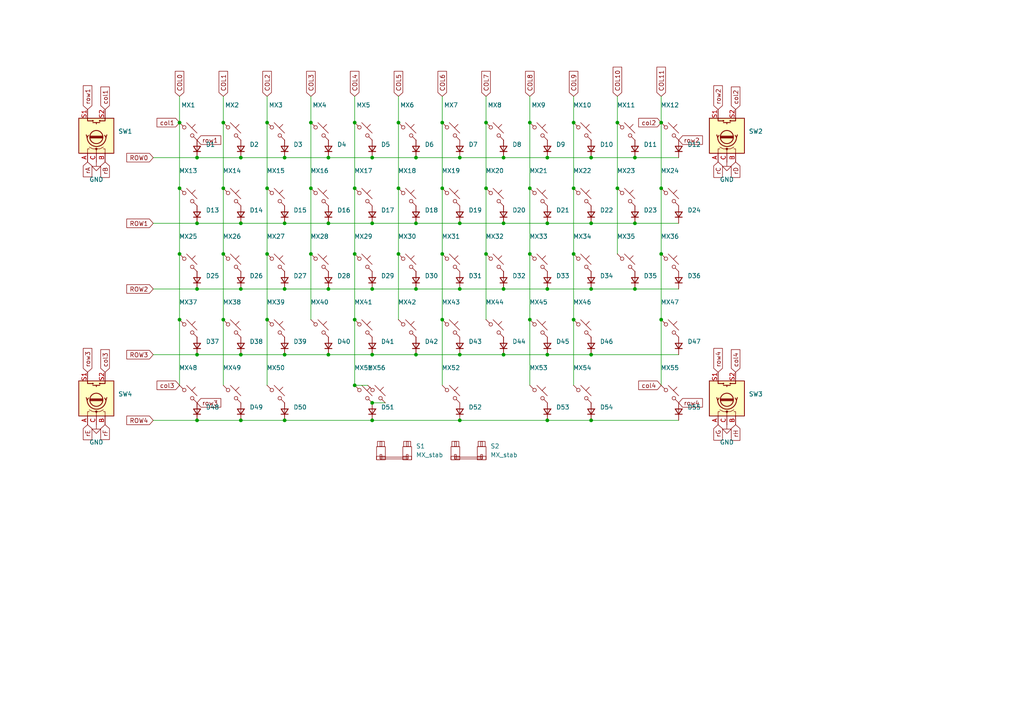
<source format=kicad_sch>
(kicad_sch (version 20231120) (generator "eeschema") (generator_version "8.0")
  (paper "A4")
  (junction (at 107.95 45.72))
  (junction (at 64.77 73.66))
  (junction (at 179.07 54.61))
  (junction (at 115.57 73.66))
  (junction (at 140.97 73.66))
  (junction (at 95.25 45.72))
  (junction (at 158.75 83.82))
  (junction (at 153.67 92.71))
  (junction (at 128.27 73.66))
  (junction (at 52.07 54.61))
  (junction (at 77.47 35.56))
  (junction (at 171.45 45.72))
  (junction (at 69.85 83.82))
  (junction (at 171.45 121.92))
  (junction (at 120.65 64.77))
  (junction (at 128.27 35.56))
  (junction (at 191.77 35.56))
  (junction (at 77.47 92.71))
  (junction (at 69.85 45.72))
  (junction (at 153.67 35.56))
  (junction (at 90.17 73.66))
  (junction (at 158.75 64.77))
  (junction (at 179.07 35.56))
  (junction (at 120.65 83.82))
  (junction (at 128.27 92.71))
  (junction (at 102.87 73.66))
  (junction (at 146.05 64.77))
  (junction (at 171.45 64.77))
  (junction (at 133.35 102.87))
  (junction (at 95.25 83.82))
  (junction (at 82.55 64.77))
  (junction (at 128.27 54.61))
  (junction (at 140.97 35.56))
  (junction (at 107.95 102.87))
  (junction (at 184.15 45.72))
  (junction (at 184.15 83.82))
  (junction (at 146.05 45.72))
  (junction (at 133.35 121.92))
  (junction (at 64.77 35.56))
  (junction (at 171.45 102.87))
  (junction (at 133.35 45.72))
  (junction (at 69.85 121.92))
  (junction (at 120.65 102.87))
  (junction (at 69.85 64.77))
  (junction (at 64.77 54.61))
  (junction (at 90.17 54.61))
  (junction (at 158.75 45.72))
  (junction (at 107.95 83.82))
  (junction (at 57.15 64.77))
  (junction (at 120.65 45.72))
  (junction (at 191.77 54.61))
  (junction (at 82.55 45.72))
  (junction (at 102.87 54.61))
  (junction (at 52.07 92.71))
  (junction (at 133.35 64.77))
  (junction (at 184.15 64.77))
  (junction (at 191.77 92.71))
  (junction (at 77.47 73.66))
  (junction (at 64.77 92.71))
  (junction (at 140.97 54.61))
  (junction (at 158.75 121.92))
  (junction (at 171.45 83.82))
  (junction (at 82.55 121.92))
  (junction (at 166.37 73.66))
  (junction (at 82.55 83.82))
  (junction (at 90.17 35.56))
  (junction (at 82.55 102.87))
  (junction (at 102.87 92.71))
  (junction (at 146.05 83.82))
  (junction (at 57.15 83.82))
  (junction (at 115.57 54.61))
  (junction (at 77.47 54.61))
  (junction (at 153.67 73.66))
  (junction (at 166.37 35.56))
  (junction (at 146.05 102.87))
  (junction (at 52.07 73.66))
  (junction (at 57.15 121.92))
  (junction (at 102.87 35.56))
  (junction (at 107.95 121.92))
  (junction (at 191.77 73.66))
  (junction (at 52.07 35.56))
  (junction (at 95.25 102.87))
  (junction (at 102.87 111.76))
  (junction (at 115.57 35.56))
  (junction (at 107.95 64.77))
  (junction (at 69.85 102.87))
  (junction (at 95.25 64.77))
  (junction (at 166.37 92.71))
  (junction (at 166.37 54.61))
  (junction (at 153.67 54.61))
  (junction (at 57.15 102.87))
  (junction (at 57.15 45.72))
  (junction (at 158.75 102.87))
  (junction (at 107.95 116.84))
  (junction (at 133.35 83.82))
  (wire (pts (xy 184.15 83.82) (xy 196.85 83.82)))
  (wire (pts (xy 77.47 27.94) (xy 77.47 35.56)))
  (wire (pts (xy 146.05 64.77) (xy 158.75 64.77)))
  (wire (pts (xy 146.05 83.82) (xy 158.75 83.82)))
  (wire (pts (xy 166.37 92.71) (xy 166.37 111.76)))
  (wire (pts (xy 179.07 54.61) (xy 179.07 73.66)))
  (wire (pts (xy 158.75 83.82) (xy 171.45 83.82)))
  (wire (pts (xy 191.77 92.71) (xy 191.77 111.76)))
  (wire (pts (xy 69.85 102.87) (xy 82.55 102.87)))
  (wire (pts (xy 158.75 45.72) (xy 171.45 45.72)))
  (wire (pts (xy 57.15 64.77) (xy 69.85 64.77)))
  (wire (pts (xy 120.65 45.72) (xy 133.35 45.72)))
  (wire (pts (xy 90.17 35.56) (xy 90.17 54.61)))
  (wire (pts (xy 115.57 54.61) (xy 115.57 73.66)))
  (wire (pts (xy 191.77 73.66) (xy 191.77 92.71)))
  (wire (pts (xy 107.95 102.87) (xy 120.65 102.87)))
  (wire (pts (xy 107.95 64.77) (xy 120.65 64.77)))
  (wire (pts (xy 102.87 92.71) (xy 102.87 111.76)))
  (wire (pts (xy 166.37 54.61) (xy 166.37 73.66)))
  (wire (pts (xy 171.45 64.77) (xy 184.15 64.77)))
  (wire (pts (xy 140.97 27.94) (xy 140.97 35.56)))
  (wire (pts (xy 57.15 83.82) (xy 69.85 83.82)))
  (wire (pts (xy 128.27 27.94) (xy 128.27 35.56)))
  (wire (pts (xy 146.05 102.87) (xy 158.75 102.87)))
  (wire (pts (xy 191.77 54.61) (xy 191.77 73.66)))
  (wire (pts (xy 82.55 64.77) (xy 95.25 64.77)))
  (wire (pts (xy 44.45 121.92) (xy 57.15 121.92)))
  (wire (pts (xy 69.85 121.92) (xy 82.55 121.92)))
  (wire (pts (xy 57.15 45.72) (xy 69.85 45.72)))
  (wire (pts (xy 64.77 35.56) (xy 64.77 54.61)))
  (wire (pts (xy 107.95 116.84) (xy 111.76 116.84)))
  (wire (pts (xy 191.77 35.56) (xy 191.77 54.61)))
  (wire (pts (xy 153.67 92.71) (xy 153.67 111.76)))
  (wire (pts (xy 95.25 102.87) (xy 107.95 102.87)))
  (wire (pts (xy 120.65 64.77) (xy 133.35 64.77)))
  (wire (pts (xy 166.37 73.66) (xy 166.37 92.71)))
  (wire (pts (xy 128.27 35.56) (xy 128.27 54.61)))
  (wire (pts (xy 179.07 27.94) (xy 179.07 35.56)))
  (wire (pts (xy 179.07 35.56) (xy 179.07 54.61)))
  (wire (pts (xy 133.35 102.87) (xy 146.05 102.87)))
  (wire (pts (xy 140.97 54.61) (xy 140.97 73.66)))
  (wire (pts (xy 102.87 73.66) (xy 102.87 92.71)))
  (wire (pts (xy 153.67 27.94) (xy 153.67 35.56)))
  (wire (pts (xy 77.47 54.61) (xy 77.47 73.66)))
  (wire (pts (xy 128.27 92.71) (xy 128.27 111.76)))
  (wire (pts (xy 95.25 45.72) (xy 107.95 45.72)))
  (wire (pts (xy 115.57 27.94) (xy 115.57 35.56)))
  (wire (pts (xy 95.25 64.77) (xy 107.95 64.77)))
  (wire (pts (xy 44.45 64.77) (xy 57.15 64.77)))
  (wire (pts (xy 128.27 73.66) (xy 128.27 92.71)))
  (wire (pts (xy 44.45 83.82) (xy 57.15 83.82)))
  (wire (pts (xy 166.37 27.94) (xy 166.37 35.56)))
  (wire (pts (xy 95.25 83.82) (xy 107.95 83.82)))
  (wire (pts (xy 107.95 45.72) (xy 120.65 45.72)))
  (wire (pts (xy 64.77 54.61) (xy 64.77 73.66)))
  (wire (pts (xy 184.15 45.72) (xy 196.85 45.72)))
  (wire (pts (xy 57.15 121.92) (xy 69.85 121.92)))
  (wire (pts (xy 52.07 27.94) (xy 52.07 35.56)))
  (wire (pts (xy 166.37 35.56) (xy 166.37 54.61)))
  (wire (pts (xy 69.85 83.82) (xy 82.55 83.82)))
  (wire (pts (xy 171.45 45.72) (xy 184.15 45.72)))
  (wire (pts (xy 57.15 102.87) (xy 69.85 102.87)))
  (wire (pts (xy 107.95 83.82) (xy 120.65 83.82)))
  (wire (pts (xy 44.45 102.87) (xy 57.15 102.87)))
  (wire (pts (xy 64.77 27.94) (xy 64.77 35.56)))
  (wire (pts (xy 64.77 92.71) (xy 64.77 111.76)))
  (wire (pts (xy 153.67 35.56) (xy 153.67 54.61)))
  (wire (pts (xy 115.57 35.56) (xy 115.57 54.61)))
  (wire (pts (xy 102.87 54.61) (xy 102.87 73.66)))
  (wire (pts (xy 153.67 73.66) (xy 153.67 92.71)))
  (wire (pts (xy 171.45 83.82) (xy 184.15 83.82)))
  (wire (pts (xy 171.45 121.92) (xy 196.85 121.92)))
  (wire (pts (xy 102.87 35.56) (xy 102.87 54.61)))
  (wire (pts (xy 191.77 27.94) (xy 191.77 35.56)))
  (wire (pts (xy 52.07 92.71) (xy 52.07 111.76)))
  (wire (pts (xy 133.35 45.72) (xy 146.05 45.72)))
  (wire (pts (xy 77.47 73.66) (xy 77.47 92.71)))
  (wire (pts (xy 44.45 45.72) (xy 57.15 45.72)))
  (wire (pts (xy 77.47 92.71) (xy 77.47 111.76)))
  (wire (pts (xy 102.87 27.94) (xy 102.87 35.56)))
  (wire (pts (xy 82.55 45.72) (xy 95.25 45.72)))
  (wire (pts (xy 90.17 54.61) (xy 90.17 73.66)))
  (wire (pts (xy 90.17 73.66) (xy 90.17 92.71)))
  (wire (pts (xy 140.97 35.56) (xy 140.97 54.61)))
  (wire (pts (xy 52.07 73.66) (xy 52.07 92.71)))
  (wire (pts (xy 184.15 64.77) (xy 196.85 64.77)))
  (wire (pts (xy 158.75 121.92) (xy 171.45 121.92)))
  (wire (pts (xy 69.85 45.72) (xy 82.55 45.72)))
  (wire (pts (xy 171.45 102.87) (xy 196.85 102.87)))
  (wire (pts (xy 82.55 83.82) (xy 95.25 83.82)))
  (wire (pts (xy 64.77 73.66) (xy 64.77 92.71)))
  (wire (pts (xy 133.35 64.77) (xy 146.05 64.77)))
  (wire (pts (xy 52.07 35.56) (xy 52.07 54.61)))
  (wire (pts (xy 128.27 54.61) (xy 128.27 73.66)))
  (wire (pts (xy 115.57 73.66) (xy 115.57 92.71)))
  (wire (pts (xy 120.65 102.87) (xy 133.35 102.87)))
  (wire (pts (xy 133.35 83.82) (xy 146.05 83.82)))
  (wire (pts (xy 107.95 121.92) (xy 133.35 121.92)))
  (wire (pts (xy 82.55 102.87) (xy 95.25 102.87)))
  (wire (pts (xy 140.97 73.66) (xy 140.97 92.71)))
  (wire (pts (xy 146.05 45.72) (xy 158.75 45.72)))
  (wire (pts (xy 153.67 54.61) (xy 153.67 73.66)))
  (wire (pts (xy 102.87 111.76) (xy 106.68 111.76)))
  (wire (pts (xy 90.17 27.94) (xy 90.17 35.56)))
  (wire (pts (xy 52.07 54.61) (xy 52.07 73.66)))
  (wire (pts (xy 158.75 64.77) (xy 171.45 64.77)))
  (wire (pts (xy 158.75 102.87) (xy 171.45 102.87)))
  (wire (pts (xy 77.47 35.56) (xy 77.47 54.61)))
  (wire (pts (xy 120.65 83.82) (xy 133.35 83.82)))
  (wire (pts (xy 69.85 64.77) (xy 82.55 64.77)))
  (wire (pts (xy 82.55 121.92) (xy 107.95 121.92)))
  (wire (pts (xy 133.35 121.92) (xy 158.75 121.92)))
  (global_label "row1" (shape input) (at 57.15 40.64 0) (property "Intersheetrefs" "${INTERSHEET_REFS}" (effects (hide yes))))
  (global_label "row1" (shape input) (at 25.4 31.75 90) (property "Intersheetrefs" "${INTERSHEET_REFS}" (effects (hide yes))))
  (global_label "col4" (shape input) (at 213.36 107.95 90) (property "Intersheetrefs" "${INTERSHEET_REFS}" (effects (hide yes))))
  (global_label "COL1" (shape input) (at 64.77 27.94 90) (property "Intersheetrefs" "${INTERSHEET_REFS}" (effects (hide yes))))
  (global_label "col1" (shape input) (at 30.48 31.75 90) (property "Intersheetrefs" "${INTERSHEET_REFS}" (effects (hide yes))))
  (global_label "COL8" (shape input) (at 153.67 27.94 90) (property "Intersheetrefs" "${INTERSHEET_REFS}" (effects (hide yes))))
  (global_label "rE" (shape input) (at 25.4 123.19 270) (property "Intersheetrefs" "${INTERSHEET_REFS}" (effects (hide yes))))
  (global_label "row2" (shape input) (at 196.85 40.64 0) (property "Intersheetrefs" "${INTERSHEET_REFS}" (effects (hide yes))))
  (global_label "col2" (shape input) (at 191.77 35.56 180) (property "Intersheetrefs" "${INTERSHEET_REFS}" (effects (hide yes))))
  (global_label "COL11" (shape input) (at 191.77 27.94 90) (property "Intersheetrefs" "${INTERSHEET_REFS}" (effects (hide yes))))
  (global_label "COL4" (shape input) (at 102.87 27.94 90) (property "Intersheetrefs" "${INTERSHEET_REFS}" (effects (hide yes))))
  (global_label "COL2" (shape input) (at 77.47 27.94 90) (property "Intersheetrefs" "${INTERSHEET_REFS}" (effects (hide yes))))
  (global_label "ROW1" (shape input) (at 44.45 64.77 180) (property "Intersheetrefs" "${INTERSHEET_REFS}" (effects (hide yes))))
  (global_label "rA" (shape input) (at 25.4 46.99 270) (property "Intersheetrefs" "${INTERSHEET_REFS}" (effects (hide yes))))
  (global_label "ROW4" (shape input) (at 44.45 121.92 180) (property "Intersheetrefs" "${INTERSHEET_REFS}" (effects (hide yes))))
  (global_label "row4" (shape input) (at 196.85 116.84 0) (property "Intersheetrefs" "${INTERSHEET_REFS}" (effects (hide yes))))
  (global_label "rD" (shape input) (at 213.36 46.99 270) (property "Intersheetrefs" "${INTERSHEET_REFS}" (effects (hide yes))))
  (global_label "rH" (shape input) (at 213.36 123.19 270) (property "Intersheetrefs" "${INTERSHEET_REFS}" (effects (hide yes))))
  (global_label "ROW3" (shape input) (at 44.45 102.87 180) (property "Intersheetrefs" "${INTERSHEET_REFS}" (effects (hide yes))))
  (global_label "col2" (shape input) (at 213.36 31.75 90) (property "Intersheetrefs" "${INTERSHEET_REFS}" (effects (hide yes))))
  (global_label "row3" (shape input) (at 57.15 116.84 0) (property "Intersheetrefs" "${INTERSHEET_REFS}" (effects (hide yes))))
  (global_label "COL10" (shape input) (at 179.07 27.94 90) (property "Intersheetrefs" "${INTERSHEET_REFS}" (effects (hide yes))))
  (global_label "COL3" (shape input) (at 90.17 27.94 90) (property "Intersheetrefs" "${INTERSHEET_REFS}" (effects (hide yes))))
  (global_label "row4" (shape input) (at 208.28 107.95 90) (property "Intersheetrefs" "${INTERSHEET_REFS}" (effects (hide yes))))
  (global_label "COL9" (shape input) (at 166.37 27.94 90) (property "Intersheetrefs" "${INTERSHEET_REFS}" (effects (hide yes))))
  (global_label "rF" (shape input) (at 30.48 123.19 270) (property "Intersheetrefs" "${INTERSHEET_REFS}" (effects (hide yes))))
  (global_label "COL6" (shape input) (at 128.27 27.94 90) (property "Intersheetrefs" "${INTERSHEET_REFS}" (effects (hide yes))))
  (global_label "rC" (shape input) (at 208.28 46.99 270) (property "Intersheetrefs" "${INTERSHEET_REFS}" (effects (hide yes))))
  (global_label "col1" (shape input) (at 52.07 35.56 180) (property "Intersheetrefs" "${INTERSHEET_REFS}" (effects (hide yes))))
  (global_label "rB" (shape input) (at 30.48 46.99 270) (property "Intersheetrefs" "${INTERSHEET_REFS}" (effects (hide yes))))
  (global_label "row3" (shape input) (at 25.4 107.95 90) (property "Intersheetrefs" "${INTERSHEET_REFS}" (effects (hide yes))))
  (global_label "row2" (shape input) (at 208.28 31.75 90) (property "Intersheetrefs" "${INTERSHEET_REFS}" (effects (hide yes))))
  (global_label "rG" (shape input) (at 208.28 123.19 270) (property "Intersheetrefs" "${INTERSHEET_REFS}" (effects (hide yes))))
  (global_label "COL5" (shape input) (at 115.57 27.94 90) (property "Intersheetrefs" "${INTERSHEET_REFS}" (effects (hide yes))))
  (global_label "ROW2" (shape input) (at 44.45 83.82 180) (property "Intersheetrefs" "${INTERSHEET_REFS}" (effects (hide yes))))
  (global_label "ROW0" (shape input) (at 44.45 45.72 180) (property "Intersheetrefs" "${INTERSHEET_REFS}" (effects (hide yes))))
  (global_label "col4" (shape input) (at 191.77 111.76 180) (property "Intersheetrefs" "${INTERSHEET_REFS}" (effects (hide yes))))
  (global_label "col3" (shape input) (at 52.07 111.76 180) (property "Intersheetrefs" "${INTERSHEET_REFS}" (effects (hide yes))))
  (global_label "COL7" (shape input) (at 140.97 27.94 90) (property "Intersheetrefs" "${INTERSHEET_REFS}" (effects (hide yes))))
  (global_label "col3" (shape input) (at 30.48 107.95 90) (property "Intersheetrefs" "${INTERSHEET_REFS}" (effects (hide yes))))
  (global_label "COL0" (shape input) (at 52.07 27.94 90) (property "Intersheetrefs" "${INTERSHEET_REFS}" (effects (hide yes))))
  (symbol (lib_id "PCM_marbastlib-mx:MX_SW_HS_CPG151101S11") (at 194.31 57.15 0) (unit 1)
    (property "Reference" "MX24" (at 194.31 49.53 0))
    (property "Value" "MX_SW_HS" (effects (hide yes)))
    (property "Footprint" "PCM_marbastlib-mx:SW_MX_HS_CPG151101S11_1u" (effects (hide yes)))
    (property "Description" "Push button switch, normally open, two pins, 45° tilted, Kailh CPG151101S11 for Cherry MX style switches" (effects (hide yes)))
  )
  (symbol (lib_id "Device:D_Small") (at 82.55 43.18 90) (unit 1)
    (property "Reference" "D3" (at 85.09 41.9099 90) (effects (justify right)))
    (property "Value" "D_Small" (effects (hide yes)))
    (property "Footprint" "Diode_SMD:D_SOD-123F" (effects (hide yes)))
    (property "Description" "Diode, small symbol" (effects (hide yes)))
    (property "Sim.Device" "D" (effects (hide yes)))
    (property "Sim.Pins" "1=K 2=A" (effects (hide yes)))
  )
  (symbol (lib_id "Device:D_Small") (at 196.85 62.23 90) (unit 1)
    (property "Reference" "D24" (at 199.39 60.9599 90) (effects (justify right)))
    (property "Value" "D_Small" (effects (hide yes)))
    (property "Footprint" "Diode_SMD:D_SOD-123F" (effects (hide yes)))
    (property "Description" "Diode, small symbol" (effects (hide yes)))
    (property "Sim.Device" "D" (effects (hide yes)))
    (property "Sim.Pins" "1=K 2=A" (effects (hide yes)))
  )
  (symbol (lib_id "Device:D_Small") (at 95.25 100.33 90) (unit 1)
    (property "Reference" "D40" (at 97.79 99.0599 90) (effects (justify right)))
    (property "Value" "D_Small" (effects (hide yes)))
    (property "Footprint" "Diode_SMD:D_SOD-123F" (effects (hide yes)))
    (property "Description" "Diode, small symbol" (effects (hide yes)))
    (property "Sim.Device" "D" (effects (hide yes)))
    (property "Sim.Pins" "1=K 2=A" (effects (hide yes)))
  )
  (symbol (lib_id "Device:D_Small") (at 69.85 43.18 90) (unit 1)
    (property "Reference" "D2" (at 72.39 41.9099 90) (effects (justify right)))
    (property "Value" "D_Small" (effects (hide yes)))
    (property "Footprint" "Diode_SMD:D_SOD-123F" (effects (hide yes)))
    (property "Description" "Diode, small symbol" (effects (hide yes)))
    (property "Sim.Device" "D" (effects (hide yes)))
    (property "Sim.Pins" "1=K 2=A" (effects (hide yes)))
  )
  (symbol (lib_id "PCM_marbastlib-mx:MX_SW_HS_CPG151101S11") (at 118.11 95.25 0) (unit 1)
    (property "Reference" "MX42" (at 118.11 87.63 0))
    (property "Value" "MX_SW_HS" (effects (hide yes)))
    (property "Footprint" "PCM_marbastlib-mx:SW_MX_HS_CPG151101S11_1u" (effects (hide yes)))
    (property "Description" "Push button switch, normally open, two pins, 45° tilted, Kailh CPG151101S11 for Cherry MX style switches" (effects (hide yes)))
  )
  (symbol (lib_id "Device:D_Small") (at 158.75 62.23 90) (unit 1)
    (property "Reference" "D21" (at 161.29 60.9599 90) (effects (justify right)))
    (property "Value" "D_Small" (effects (hide yes)))
    (property "Footprint" "Diode_SMD:D_SOD-123F" (effects (hide yes)))
    (property "Description" "Diode, small symbol" (effects (hide yes)))
    (property "Sim.Device" "D" (effects (hide yes)))
    (property "Sim.Pins" "1=K 2=A" (effects (hide yes)))
  )
  (symbol (lib_id "Device:D_Small") (at 107.95 43.18 90) (unit 1)
    (property "Reference" "D5" (at 110.49 41.9099 90) (effects (justify right)))
    (property "Value" "D_Small" (effects (hide yes)))
    (property "Footprint" "Diode_SMD:D_SOD-123F" (effects (hide yes)))
    (property "Description" "Diode, small symbol" (effects (hide yes)))
    (property "Sim.Device" "D" (effects (hide yes)))
    (property "Sim.Pins" "1=K 2=A" (effects (hide yes)))
  )
  (symbol (lib_id "PCM_marbastlib-mx:MX_SW_HS_CPG151101S11") (at 67.31 114.3 0) (unit 1)
    (property "Reference" "MX49" (at 67.31 106.68 0))
    (property "Value" "MX_SW_HS" (effects (hide yes)))
    (property "Footprint" "PCM_marbastlib-mx:SW_MX_HS_CPG151101S11_1.25u" (effects (hide yes)))
    (property "Description" "Push button switch, normally open, two pins, 45° tilted, Kailh CPG151101S11 for Cherry MX style switches" (effects (hide yes)))
  )
  (symbol (lib_id "Device:D_Small") (at 133.35 43.18 90) (unit 1)
    (property "Reference" "D7" (at 135.89 41.9099 90) (effects (justify right)))
    (property "Value" "D_Small" (effects (hide yes)))
    (property "Footprint" "Diode_SMD:D_SOD-123F" (effects (hide yes)))
    (property "Description" "Diode, small symbol" (effects (hide yes)))
    (property "Sim.Device" "D" (effects (hide yes)))
    (property "Sim.Pins" "1=K 2=A" (effects (hide yes)))
  )
  (symbol (lib_id "Device:D_Small") (at 158.75 119.38 90) (unit 1)
    (property "Reference" "D53" (at 161.29 118.1099 90) (effects (justify right)))
    (property "Value" "D_Small" (effects (hide yes)))
    (property "Footprint" "Diode_SMD:D_SOD-123F" (effects (hide yes)))
    (property "Description" "Diode, small symbol" (effects (hide yes)))
    (property "Sim.Device" "D" (effects (hide yes)))
    (property "Sim.Pins" "1=K 2=A" (effects (hide yes)))
  )
  (symbol (lib_id "Device:D_Small") (at 120.65 43.18 90) (unit 1)
    (property "Reference" "D6" (at 123.19 41.9099 90) (effects (justify right)))
    (property "Value" "D_Small" (effects (hide yes)))
    (property "Footprint" "Diode_SMD:D_SOD-123F" (effects (hide yes)))
    (property "Description" "Diode, small symbol" (effects (hide yes)))
    (property "Sim.Device" "D" (effects (hide yes)))
    (property "Sim.Pins" "1=K 2=A" (effects (hide yes)))
  )
  (symbol (lib_id "Device:D_Small") (at 95.25 43.18 90) (unit 1)
    (property "Reference" "D4" (at 97.79 41.9099 90) (effects (justify right)))
    (property "Value" "D_Small" (effects (hide yes)))
    (property "Footprint" "Diode_SMD:D_SOD-123F" (effects (hide yes)))
    (property "Description" "Diode, small symbol" (effects (hide yes)))
    (property "Sim.Device" "D" (effects (hide yes)))
    (property "Sim.Pins" "1=K 2=A" (effects (hide yes)))
  )
  (symbol (lib_id "Device:D_Small") (at 184.15 43.18 90) (unit 1)
    (property "Reference" "D11" (at 186.69 41.9099 90) (effects (justify right)))
    (property "Value" "D_Small" (effects (hide yes)))
    (property "Footprint" "Diode_SMD:D_SOD-123F" (effects (hide yes)))
    (property "Description" "Diode, small symbol" (effects (hide yes)))
    (property "Sim.Device" "D" (effects (hide yes)))
    (property "Sim.Pins" "1=K 2=A" (effects (hide yes)))
  )
  (symbol (lib_id "Device:D_Small") (at 69.85 81.28 90) (unit 1)
    (property "Reference" "D26" (at 72.39 80.0099 90) (effects (justify right)))
    (property "Value" "D_Small" (effects (hide yes)))
    (property "Footprint" "Diode_SMD:D_SOD-123F" (effects (hide yes)))
    (property "Description" "Diode, small symbol" (effects (hide yes)))
    (property "Sim.Device" "D" (effects (hide yes)))
    (property "Sim.Pins" "1=K 2=A" (effects (hide yes)))
  )
  (symbol (lib_id "PCM_marbastlib-mx:MX_SW_HS_CPG151101S11") (at 168.91 95.25 0) (unit 1)
    (property "Reference" "MX46" (at 168.91 87.63 0))
    (property "Value" "MX_SW_HS" (effects (hide yes)))
    (property "Footprint" "PCM_marbastlib-mx:SW_MX_HS_CPG151101S11_1.5u" (effects (hide yes)))
    (property "Description" "Push button switch, normally open, two pins, 45° tilted, Kailh CPG151101S11 for Cherry MX style switches" (effects (hide yes)))
  )
  (symbol (lib_id "Device:D_Small") (at 171.45 62.23 90) (unit 1)
    (property "Reference" "D22" (at 173.99 60.9599 90) (effects (justify right)))
    (property "Value" "D_Small" (effects (hide yes)))
    (property "Footprint" "Diode_SMD:D_SOD-123F" (effects (hide yes)))
    (property "Description" "Diode, small symbol" (effects (hide yes)))
    (property "Sim.Device" "D" (effects (hide yes)))
    (property "Sim.Pins" "1=K 2=A" (effects (hide yes)))
  )
  (symbol (lib_id "PCM_marbastlib-mx:MX_SW_HS_CPG151101S11") (at 156.21 57.15 0) (unit 1)
    (property "Reference" "MX21" (at 156.21 49.53 0))
    (property "Value" "MX_SW_HS" (effects (hide yes)))
    (property "Footprint" "PCM_marbastlib-mx:SW_MX_HS_CPG151101S11_1u" (effects (hide yes)))
    (property "Description" "Push button switch, normally open, two pins, 45° tilted, Kailh CPG151101S11 for Cherry MX style switches" (effects (hide yes)))
  )
  (symbol (lib_id "PCM_marbastlib-mx:MX_SW_HS_CPG151101S11") (at 194.31 95.25 0) (unit 1)
    (property "Reference" "MX47" (at 194.31 87.63 0))
    (property "Value" "MX_SW_HS" (effects (hide yes)))
    (property "Footprint" "PCM_marbastlib-mx:SW_MX_HS_CPG151101S11_1u" (effects (hide yes)))
    (property "Description" "Push button switch, normally open, two pins, 45° tilted, Kailh CPG151101S11 for Cherry MX style switches" (effects (hide yes)))
  )
  (symbol (lib_id "Device:D_Small") (at 95.25 62.23 90) (unit 1)
    (property "Reference" "D16" (at 97.79 60.9599 90) (effects (justify right)))
    (property "Value" "D_Small" (effects (hide yes)))
    (property "Footprint" "Diode_SMD:D_SOD-123F" (effects (hide yes)))
    (property "Description" "Diode, small symbol" (effects (hide yes)))
    (property "Sim.Device" "D" (effects (hide yes)))
    (property "Sim.Pins" "1=K 2=A" (effects (hide yes)))
  )
  (symbol (lib_id "PCM_marbastlib-mx:MX_SW_HS_CPG151101S11") (at 143.51 95.25 0) (unit 1)
    (property "Reference" "MX44" (at 143.51 87.63 0))
    (property "Value" "MX_SW_HS" (effects (hide yes)))
    (property "Footprint" "PCM_marbastlib-mx:SW_MX_HS_CPG151101S11_1u" (effects (hide yes)))
    (property "Description" "Push button switch, normally open, two pins, 45° tilted, Kailh CPG151101S11 for Cherry MX style switches" (effects (hide yes)))
  )
  (symbol (lib_id "PCM_marbastlib-mx:MX_SW_HS_CPG151101S11") (at 80.01 76.2 0) (unit 1)
    (property "Reference" "MX27" (at 80.01 68.58 0))
    (property "Value" "MX_SW_HS" (effects (hide yes)))
    (property "Footprint" "PCM_marbastlib-mx:SW_MX_HS_CPG151101S11_1u" (effects (hide yes)))
    (property "Description" "Push button switch, normally open, two pins, 45° tilted, Kailh CPG151101S11 for Cherry MX style switches" (effects (hide yes)))
  )
  (symbol (lib_id "PCM_marbastlib-mx:MX_SW_HS_CPG151101S11") (at 130.81 57.15 0) (unit 1)
    (property "Reference" "MX19" (at 130.81 49.53 0))
    (property "Value" "MX_SW_HS" (effects (hide yes)))
    (property "Footprint" "PCM_marbastlib-mx:SW_MX_HS_CPG151101S11_1u" (effects (hide yes)))
    (property "Description" "Push button switch, normally open, two pins, 45° tilted, Kailh CPG151101S11 for Cherry MX style switches" (effects (hide yes)))
  )
  (symbol (lib_id "Device:D_Small") (at 107.95 81.28 90) (unit 1)
    (property "Reference" "D29" (at 110.49 80.0099 90) (effects (justify right)))
    (property "Value" "D_Small" (effects (hide yes)))
    (property "Footprint" "Diode_SMD:D_SOD-123F" (effects (hide yes)))
    (property "Description" "Diode, small symbol" (effects (hide yes)))
    (property "Sim.Device" "D" (effects (hide yes)))
    (property "Sim.Pins" "1=K 2=A" (effects (hide yes)))
  )
  (symbol (lib_id "Device:D_Small") (at 82.55 100.33 90) (unit 1)
    (property "Reference" "D39" (at 85.09 99.0599 90) (effects (justify right)))
    (property "Value" "D_Small" (effects (hide yes)))
    (property "Footprint" "Diode_SMD:D_SOD-123F" (effects (hide yes)))
    (property "Description" "Diode, small symbol" (effects (hide yes)))
    (property "Sim.Device" "D" (effects (hide yes)))
    (property "Sim.Pins" "1=K 2=A" (effects (hide yes)))
  )
  (symbol (lib_id "Device:D_Small") (at 184.15 81.28 90) (unit 1)
    (property "Reference" "D35" (at 186.69 80.0099 90) (effects (justify right)))
    (property "Value" "D_Small" (effects (hide yes)))
    (property "Footprint" "Diode_SMD:D_SOD-123F" (effects (hide yes)))
    (property "Description" "Diode, small symbol" (effects (hide yes)))
    (property "Sim.Device" "D" (effects (hide yes)))
    (property "Sim.Pins" "1=K 2=A" (effects (hide yes)))
  )
  (symbol (lib_id "Device:D_Small") (at 196.85 81.28 90) (unit 1)
    (property "Reference" "D36" (at 199.39 80.0099 90) (effects (justify right)))
    (property "Value" "D_Small" (effects (hide yes)))
    (property "Footprint" "Diode_SMD:D_SOD-123F" (effects (hide yes)))
    (property "Description" "Diode, small symbol" (effects (hide yes)))
    (property "Sim.Device" "D" (effects (hide yes)))
    (property "Sim.Pins" "1=K 2=A" (effects (hide yes)))
  )
  (symbol (lib_id "power:GND") (at 210.82 46.99 0) (unit 1)
    (property "Reference" "#PWR02" (effects (hide yes)))
    (property "Value" "GND" (at 210.82 52.07 0))
    (property "Description" "Power symbol creates a global label with name \"GND\" , ground" (effects (hide yes)))
  )
  (symbol (lib_id "PCM_marbastlib-mx:MX_SW_HS_CPG151101S11") (at 67.31 76.2 0) (unit 1)
    (property "Reference" "MX26" (at 67.31 68.58 0))
    (property "Value" "MX_SW_HS" (effects (hide yes)))
    (property "Footprint" "PCM_marbastlib-mx:SW_MX_HS_CPG151101S11_1.25u" (effects (hide yes)))
    (property "Description" "Push button switch, normally open, two pins, 45° tilted, Kailh CPG151101S11 for Cherry MX style switches" (effects (hide yes)))
  )
  (symbol (lib_id "Device:D_Small") (at 146.05 100.33 90) (unit 1)
    (property "Reference" "D44" (at 148.59 99.0599 90) (effects (justify right)))
    (property "Value" "D_Small" (effects (hide yes)))
    (property "Footprint" "Diode_SMD:D_SOD-123F" (effects (hide yes)))
    (property "Description" "Diode, small symbol" (effects (hide yes)))
    (property "Sim.Device" "D" (effects (hide yes)))
    (property "Sim.Pins" "1=K 2=A" (effects (hide yes)))
  )
  (symbol (lib_id "Device:D_Small") (at 120.65 100.33 90) (unit 1)
    (property "Reference" "D42" (at 123.19 99.0599 90) (effects (justify right)))
    (property "Value" "D_Small" (effects (hide yes)))
    (property "Footprint" "Diode_SMD:D_SOD-123F" (effects (hide yes)))
    (property "Description" "Diode, small symbol" (effects (hide yes)))
    (property "Sim.Device" "D" (effects (hide yes)))
    (property "Sim.Pins" "1=K 2=A" (effects (hide yes)))
  )
  (symbol (lib_id "Device:D_Small") (at 82.55 81.28 90) (unit 1)
    (property "Reference" "D27" (at 85.09 80.0099 90) (effects (justify right)))
    (property "Value" "D_Small" (effects (hide yes)))
    (property "Footprint" "Diode_SMD:D_SOD-123F" (effects (hide yes)))
    (property "Description" "Diode, small symbol" (effects (hide yes)))
    (property "Sim.Device" "D" (effects (hide yes)))
    (property "Sim.Pins" "1=K 2=A" (effects (hide yes)))
  )
  (symbol (lib_id "PCM_marbastlib-mx:MX_SW_HS_CPG151101S11") (at 67.31 95.25 0) (unit 1)
    (property "Reference" "MX38" (at 67.31 87.63 0))
    (property "Value" "MX_SW_HS" (effects (hide yes)))
    (property "Footprint" "PCM_marbastlib-mx:SW_MX_HS_CPG151101S11_1.75u" (effects (hide yes)))
    (property "Description" "Push button switch, normally open, two pins, 45° tilted, Kailh CPG151101S11 for Cherry MX style switches" (effects (hide yes)))
  )
  (symbol (lib_id "Device:D_Small") (at 171.45 119.38 90) (unit 1)
    (property "Reference" "D54" (at 173.99 118.1099 90) (effects (justify right)))
    (property "Value" "D_Small" (effects (hide yes)))
    (property "Footprint" "Diode_SMD:D_SOD-123F" (effects (hide yes)))
    (property "Description" "Diode, small symbol" (effects (hide yes)))
    (property "Sim.Device" "D" (effects (hide yes)))
    (property "Sim.Pins" "1=K 2=A" (effects (hide yes)))
  )
  (symbol (lib_id "PCM_marbastlib-mx:MX_SW_HS_CPG151101S11") (at 156.21 95.25 0) (unit 1)
    (property "Reference" "MX45" (at 156.21 87.63 0))
    (property "Value" "MX_SW_HS" (effects (hide yes)))
    (property "Footprint" "PCM_marbastlib-mx:SW_MX_HS_CPG151101S11_1u" (effects (hide yes)))
    (property "Description" "Push button switch, normally open, two pins, 45° tilted, Kailh CPG151101S11 for Cherry MX style switches" (effects (hide yes)))
  )
  (symbol (lib_id "Device:D_Small") (at 196.85 119.38 90) (unit 1)
    (property "Reference" "D55" (at 199.39 118.1099 90) (effects (justify right)))
    (property "Value" "D_Small" (effects (hide yes)))
    (property "Footprint" "Diode_SMD:D_SOD-123F" (effects (hide yes)))
    (property "Description" "Diode, small symbol" (effects (hide yes)))
    (property "Sim.Device" "D" (effects (hide yes)))
    (property "Sim.Pins" "1=K 2=A" (effects (hide yes)))
  )
  (symbol (lib_id "PCM_marbastlib-mx:MX_SW_HS_CPG151101S11") (at 130.81 38.1 0) (unit 1)
    (property "Reference" "MX7" (at 130.81 30.48 0))
    (property "Value" "MX_SW_HS" (effects (hide yes)))
    (property "Footprint" "PCM_marbastlib-mx:SW_MX_HS_CPG151101S11_1u" (effects (hide yes)))
    (property "Description" "Push button switch, normally open, two pins, 45° tilted, Kailh CPG151101S11 for Cherry MX style switches" (effects (hide yes)))
  )
  (symbol (lib_id "Device:D_Small") (at 69.85 100.33 90) (unit 1)
    (property "Reference" "D38" (at 72.39 99.0599 90) (effects (justify right)))
    (property "Value" "D_Small" (effects (hide yes)))
    (property "Footprint" "Diode_SMD:D_SOD-123F" (effects (hide yes)))
    (property "Description" "Diode, small symbol" (effects (hide yes)))
    (property "Sim.Device" "D" (effects (hide yes)))
    (property "Sim.Pins" "1=K 2=A" (effects (hide yes)))
  )
  (symbol (lib_id "Device:D_Small") (at 158.75 100.33 90) (unit 1)
    (property "Reference" "D45" (at 161.29 99.0599 90) (effects (justify right)))
    (property "Value" "D_Small" (effects (hide yes)))
    (property "Footprint" "Diode_SMD:D_SOD-123F" (effects (hide yes)))
    (property "Description" "Diode, small symbol" (effects (hide yes)))
    (property "Sim.Device" "D" (effects (hide yes)))
    (property "Sim.Pins" "1=K 2=A" (effects (hide yes)))
  )
  (symbol (lib_id "Device:D_Small") (at 82.55 119.38 90) (unit 1)
    (property "Reference" "D50" (at 85.09 118.1099 90) (effects (justify right)))
    (property "Value" "D_Small" (effects (hide yes)))
    (property "Footprint" "Diode_SMD:D_SOD-123F" (effects (hide yes)))
    (property "Description" "Diode, small symbol" (effects (hide yes)))
    (property "Sim.Device" "D" (effects (hide yes)))
    (property "Sim.Pins" "1=K 2=A" (effects (hide yes)))
  )
  (symbol (lib_id "Device:D_Small") (at 133.35 81.28 90) (unit 1)
    (property "Reference" "D31" (at 135.89 80.0099 90) (effects (justify right)))
    (property "Value" "D_Small" (effects (hide yes)))
    (property "Footprint" "Diode_SMD:D_SOD-123F" (effects (hide yes)))
    (property "Description" "Diode, small symbol" (effects (hide yes)))
    (property "Sim.Device" "D" (effects (hide yes)))
    (property "Sim.Pins" "1=K 2=A" (effects (hide yes)))
  )
  (symbol (lib_id "PCM_marbastlib-mx:MX_SW_HS_CPG151101S11") (at 130.81 114.3 0) (unit 1)
    (property "Reference" "MX52" (at 130.81 106.68 0))
    (property "Value" "MX_SW_HS" (effects (hide yes)))
    (property "Footprint" "PCM_marbastlib-mx:SW_MX_HS_CPG151101S11_1u" (effects (hide yes)))
    (property "Description" "Push button switch, normally open, two pins, 45° tilted, Kailh CPG151101S11 for Cherry MX style switches" (effects (hide yes)))
  )
  (symbol (lib_id "PCM_marbastlib-mx:MX_SW_HS_CPG151101S11") (at 80.01 38.1 0) (unit 1)
    (property "Reference" "MX3" (at 80.01 30.48 0))
    (property "Value" "MX_SW_HS" (effects (hide yes)))
    (property "Footprint" "PCM_marbastlib-mx:SW_MX_HS_CPG151101S11_1u" (effects (hide yes)))
    (property "Description" "Push button switch, normally open, two pins, 45° tilted, Kailh CPG151101S11 for Cherry MX style switches" (effects (hide yes)))
  )
  (symbol (lib_id "Device:D_Small") (at 196.85 43.18 90) (unit 1)
    (property "Reference" "D12" (at 199.39 41.9099 90) (effects (justify right)))
    (property "Value" "D_Small" (effects (hide yes)))
    (property "Footprint" "Diode_SMD:D_SOD-123F" (effects (hide yes)))
    (property "Description" "Diode, small symbol" (effects (hide yes)))
    (property "Sim.Device" "D" (effects (hide yes)))
    (property "Sim.Pins" "1=K 2=A" (effects (hide yes)))
  )
  (symbol (lib_id "PCM_marbastlib-mx:MX_SW_HS_CPG151101S11") (at 54.61 114.3 0) (unit 1)
    (property "Reference" "MX48" (at 54.61 106.68 0))
    (property "Value" "MX_SW_HS" (effects (hide yes)))
    (property "Footprint" "PCM_marbastlib-mx:SW_MX_HS_CPG151101S11_1u" (effects (hide yes)))
    (property "Description" "Push button switch, normally open, two pins, 45° tilted, Kailh CPG151101S11 for Cherry MX style switches" (effects (hide yes)))
  )
  (symbol (lib_id "Device:D_Small") (at 158.75 43.18 90) (unit 1)
    (property "Reference" "D9" (at 161.29 41.9099 90) (effects (justify right)))
    (property "Value" "D_Small" (effects (hide yes)))
    (property "Footprint" "Diode_SMD:D_SOD-123F" (effects (hide yes)))
    (property "Description" "Diode, small symbol" (effects (hide yes)))
    (property "Sim.Device" "D" (effects (hide yes)))
    (property "Sim.Pins" "1=K 2=A" (effects (hide yes)))
  )
  (symbol (lib_id "Device:D_Small") (at 69.85 62.23 90) (unit 1)
    (property "Reference" "D14" (at 72.39 60.9599 90) (effects (justify right)))
    (property "Value" "D_Small" (effects (hide yes)))
    (property "Footprint" "Diode_SMD:D_SOD-123F" (effects (hide yes)))
    (property "Description" "Diode, small symbol" (effects (hide yes)))
    (property "Sim.Device" "D" (effects (hide yes)))
    (property "Sim.Pins" "1=K 2=A" (effects (hide yes)))
  )
  (symbol (lib_id "PCM_marbastlib-mx:MX_SW_HS_CPG151101S11") (at 181.61 38.1 0) (unit 1)
    (property "Reference" "MX11" (at 181.61 30.48 0))
    (property "Value" "MX_SW_HS" (effects (hide yes)))
    (property "Footprint" "PCM_marbastlib-mx:SW_MX_HS_CPG151101S11_1.75u" (effects (hide yes)))
    (property "Description" "Push button switch, normally open, two pins, 45° tilted, Kailh CPG151101S11 for Cherry MX style switches" (effects (hide yes)))
  )
  (symbol (lib_id "Device:D_Small") (at 120.65 62.23 90) (unit 1)
    (property "Reference" "D18" (at 123.19 60.9599 90) (effects (justify right)))
    (property "Value" "D_Small" (effects (hide yes)))
    (property "Footprint" "Diode_SMD:D_SOD-123F" (effects (hide yes)))
    (property "Description" "Diode, small symbol" (effects (hide yes)))
    (property "Sim.Device" "D" (effects (hide yes)))
    (property "Sim.Pins" "1=K 2=A" (effects (hide yes)))
  )
  (symbol (lib_id "PCM_marbastlib-mx:MX_stab") (at 114.3 130.81 0) (unit 1)
    (property "Reference" "S1" (at 120.65 129.4129 0) (effects (justify left)))
    (property "Value" "MX_stab" (at 120.65 131.9529 0) (effects (justify left)))
    (property "Footprint" "PCM_marbastlib-mx:STAB_MX_P_3u" (effects (hide yes)))
    (property "Description" "Cherry MX-style stabilizer" (effects (hide yes)))
  )
  (symbol (lib_id "PCM_marbastlib-mx:MX_SW_HS_CPG151101S11") (at 181.61 57.15 0) (unit 1)
    (property "Reference" "MX23" (at 181.61 49.53 0))
    (property "Value" "MX_SW_HS" (effects (hide yes)))
    (property "Footprint" "PCM_marbastlib-mx:SW_MX_HS_CPG151101S11_1.25u" (effects (hide yes)))
    (property "Description" "Push button switch, normally open, two pins, 45° tilted, Kailh CPG151101S11 for Cherry MX style switches" (effects (hide yes)))
  )
  (symbol (lib_id "Device:RotaryEncoder_Switch") (at 27.94 115.57 90) (unit 1)
    (property "Reference" "SW4" (at 34.29 114.2999 90) (effects (justify right)))
    (property "Value" "RotaryEncoder_Switch" (effects (hide yes)))
    (property "Footprint" "PCM_marbastlib-various:ROT_Alps_EC11E-Switch" (effects (hide yes)))
    (property "Description" "Rotary encoder, dual channel, incremental quadrate outputs, with switch" (effects (hide yes)))
  )
  (symbol (lib_id "Device:D_Small") (at 57.15 43.18 90) (unit 1)
    (property "Reference" "D1" (at 59.69 41.9099 90) (effects (justify right)))
    (property "Value" "D_Small" (effects (hide yes)))
    (property "Footprint" "Diode_SMD:D_SOD-123F" (effects (hide yes)))
    (property "Description" "Diode, small symbol" (effects (hide yes)))
    (property "Sim.Device" "D" (effects (hide yes)))
    (property "Sim.Pins" "1=K 2=A" (effects (hide yes)))
  )
  (symbol (lib_id "power:GND") (at 210.82 123.19 0) (unit 1)
    (property "Reference" "#PWR03" (effects (hide yes)))
    (property "Value" "GND" (at 210.82 128.27 0))
    (property "Description" "Power symbol creates a global label with name \"GND\" , ground" (effects (hide yes)))
  )
  (symbol (lib_id "PCM_marbastlib-mx:MX_SW_HS_CPG151101S11") (at 80.01 95.25 0) (unit 1)
    (property "Reference" "MX39" (at 80.01 87.63 0))
    (property "Value" "MX_SW_HS" (effects (hide yes)))
    (property "Footprint" "PCM_marbastlib-mx:SW_MX_HS_CPG151101S11_1u" (effects (hide yes)))
    (property "Description" "Push button switch, normally open, two pins, 45° tilted, Kailh CPG151101S11 for Cherry MX style switches" (effects (hide yes)))
  )
  (symbol (lib_id "Device:D_Small") (at 196.85 100.33 90) (unit 1)
    (property "Reference" "D47" (at 199.39 99.0599 90) (effects (justify right)))
    (property "Value" "D_Small" (effects (hide yes)))
    (property "Footprint" "Diode_SMD:D_SOD-123F" (effects (hide yes)))
    (property "Description" "Diode, small symbol" (effects (hide yes)))
    (property "Sim.Device" "D" (effects (hide yes)))
    (property "Sim.Pins" "1=K 2=A" (effects (hide yes)))
  )
  (symbol (lib_id "power:GND") (at 27.94 123.19 0) (unit 1)
    (property "Reference" "#PWR04" (effects (hide yes)))
    (property "Value" "GND" (at 27.94 128.27 0))
    (property "Description" "Power symbol creates a global label with name \"GND\" , ground" (effects (hide yes)))
  )
  (symbol (lib_id "PCM_marbastlib-mx:MX_SW_HS_CPG151101S11") (at 181.61 76.2 0) (unit 1)
    (property "Reference" "MX35" (at 181.61 68.58 0))
    (property "Value" "MX_SW_HS" (effects (hide yes)))
    (property "Footprint" "PCM_marbastlib-mx:SW_MX_HS_CPG151101S11_1u" (effects (hide yes)))
    (property "Description" "Push button switch, normally open, two pins, 45° tilted, Kailh CPG151101S11 for Cherry MX style switches" (effects (hide yes)))
  )
  (symbol (lib_id "Device:D_Small") (at 57.15 62.23 90) (unit 1)
    (property "Reference" "D13" (at 59.69 60.9599 90) (effects (justify right)))
    (property "Value" "D_Small" (effects (hide yes)))
    (property "Footprint" "Diode_SMD:D_SOD-123F" (effects (hide yes)))
    (property "Description" "Diode, small symbol" (effects (hide yes)))
    (property "Sim.Device" "D" (effects (hide yes)))
    (property "Sim.Pins" "1=K 2=A" (effects (hide yes)))
  )
  (symbol (lib_id "Device:D_Small") (at 171.45 100.33 90) (unit 1)
    (property "Reference" "D46" (at 173.99 99.0599 90) (effects (justify right)))
    (property "Value" "D_Small" (effects (hide yes)))
    (property "Footprint" "Diode_SMD:D_SOD-123F" (effects (hide yes)))
    (property "Description" "Diode, small symbol" (effects (hide yes)))
    (property "Sim.Device" "D" (effects (hide yes)))
    (property "Sim.Pins" "1=K 2=A" (effects (hide yes)))
  )
  (symbol (lib_id "PCM_marbastlib-mx:MX_SW_HS_CPG151101S11") (at 109.22 114.3 0) (unit 1)
    (property "Reference" "MX56" (at 109.22 106.68 0))
    (property "Value" "MX_SW_HS" (effects (hide yes)))
    (property "Footprint" "PCM_marbastlib-mx:SW_MX_HS_CPG151101S11_1u" (effects (hide yes)))
    (property "Description" "Push button switch, normally open, two pins, 45° tilted, Kailh CPG151101S11 for Cherry MX style switches" (effects (hide yes)))
  )
  (symbol (lib_id "PCM_marbastlib-mx:MX_SW_HS_CPG151101S11") (at 92.71 95.25 0) (unit 1)
    (property "Reference" "MX40" (at 92.71 87.63 0))
    (property "Value" "MX_SW_HS" (effects (hide yes)))
    (property "Footprint" "PCM_marbastlib-mx:SW_MX_HS_CPG151101S11_1u" (effects (hide yes)))
    (property "Description" "Push button switch, normally open, two pins, 45° tilted, Kailh CPG151101S11 for Cherry MX style switches" (effects (hide yes)))
  )
  (symbol (lib_id "PCM_marbastlib-mx:MX_SW_HS_CPG151101S11") (at 156.21 38.1 0) (unit 1)
    (property "Reference" "MX9" (at 156.21 30.48 0))
    (property "Value" "MX_SW_HS" (effects (hide yes)))
    (property "Footprint" "PCM_marbastlib-mx:SW_MX_HS_CPG151101S11_1u" (effects (hide yes)))
    (property "Description" "Push button switch, normally open, two pins, 45° tilted, Kailh CPG151101S11 for Cherry MX style switches" (effects (hide yes)))
  )
  (symbol (lib_id "PCM_marbastlib-mx:MX_SW_HS_CPG151101S11") (at 143.51 76.2 0) (unit 1)
    (property "Reference" "MX32" (at 143.51 68.58 0))
    (property "Value" "MX_SW_HS" (effects (hide yes)))
    (property "Footprint" "PCM_marbastlib-mx:SW_MX_HS_CPG151101S11_1u" (effects (hide yes)))
    (property "Description" "Push button switch, normally open, two pins, 45° tilted, Kailh CPG151101S11 for Cherry MX style switches" (effects (hide yes)))
  )
  (symbol (lib_id "Device:D_Small") (at 107.95 62.23 90) (unit 1)
    (property "Reference" "D17" (at 110.49 60.9599 90) (effects (justify right)))
    (property "Value" "D_Small" (effects (hide yes)))
    (property "Footprint" "Diode_SMD:D_SOD-123F" (effects (hide yes)))
    (property "Description" "Diode, small symbol" (effects (hide yes)))
    (property "Sim.Device" "D" (effects (hide yes)))
    (property "Sim.Pins" "1=K 2=A" (effects (hide yes)))
  )
  (symbol (lib_id "Device:D_Small") (at 146.05 43.18 90) (unit 1)
    (property "Reference" "D8" (at 148.59 41.9099 90) (effects (justify right)))
    (property "Value" "D_Small" (effects (hide yes)))
    (property "Footprint" "Diode_SMD:D_SOD-123F" (effects (hide yes)))
    (property "Description" "Diode, small symbol" (effects (hide yes)))
    (property "Sim.Device" "D" (effects (hide yes)))
    (property "Sim.Pins" "1=K 2=A" (effects (hide yes)))
  )
  (symbol (lib_id "PCM_marbastlib-mx:MX_SW_HS_CPG151101S11") (at 168.91 114.3 0) (unit 1)
    (property "Reference" "MX54" (at 168.91 106.68 0))
    (property "Value" "MX_SW_HS" (effects (hide yes)))
    (property "Footprint" "PCM_marbastlib-mx:SW_MX_HS_CPG151101S11_1u" (effects (hide yes)))
    (property "Description" "Push button switch, normally open, two pins, 45° tilted, Kailh CPG151101S11 for Cherry MX style switches" (effects (hide yes)))
  )
  (symbol (lib_id "PCM_marbastlib-mx:MX_SW_HS_CPG151101S11") (at 118.11 57.15 0) (unit 1)
    (property "Reference" "MX18" (at 118.11 49.53 0))
    (property "Value" "MX_SW_HS" (effects (hide yes)))
    (property "Footprint" "PCM_marbastlib-mx:SW_MX_HS_CPG151101S11_1u" (effects (hide yes)))
    (property "Description" "Push button switch, normally open, two pins, 45° tilted, Kailh CPG151101S11 for Cherry MX style switches" (effects (hide yes)))
  )
  (symbol (lib_id "Device:RotaryEncoder_Switch") (at 210.82 115.57 90) (unit 1)
    (property "Reference" "SW3" (at 217.17 114.2999 90) (effects (justify right)))
    (property "Value" "RotaryEncoder_Switch" (effects (hide yes)))
    (property "Footprint" "PCM_marbastlib-various:ROT_Alps_EC11E-Switch" (effects (hide yes)))
    (property "Description" "Rotary encoder, dual channel, incremental quadrate outputs, with switch" (effects (hide yes)))
  )
  (symbol (lib_id "PCM_marbastlib-mx:MX_SW_HS_CPG151101S11") (at 168.91 38.1 0) (unit 1)
    (property "Reference" "MX10" (at 168.91 30.48 0))
    (property "Value" "MX_SW_HS" (effects (hide yes)))
    (property "Footprint" "PCM_marbastlib-mx:SW_MX_HS_CPG151101S11_1u" (effects (hide yes)))
    (property "Description" "Push button switch, normally open, two pins, 45° tilted, Kailh CPG151101S11 for Cherry MX style switches" (effects (hide yes)))
  )
  (symbol (lib_id "Device:D_Small") (at 146.05 62.23 90) (unit 1)
    (property "Reference" "D20" (at 148.59 60.9599 90) (effects (justify right)))
    (property "Value" "D_Small" (effects (hide yes)))
    (property "Footprint" "Diode_SMD:D_SOD-123F" (effects (hide yes)))
    (property "Description" "Diode, small symbol" (effects (hide yes)))
    (property "Sim.Device" "D" (effects (hide yes)))
    (property "Sim.Pins" "1=K 2=A" (effects (hide yes)))
  )
  (symbol (lib_id "PCM_marbastlib-mx:MX_SW_HS_CPG151101S11") (at 168.91 57.15 0) (unit 1)
    (property "Reference" "MX22" (at 168.91 49.53 0))
    (property "Value" "MX_SW_HS" (effects (hide yes)))
    (property "Footprint" "PCM_marbastlib-mx:SW_MX_HS_CPG151101S11_1u" (effects (hide yes)))
    (property "Description" "Push button switch, normally open, two pins, 45° tilted, Kailh CPG151101S11 for Cherry MX style switches" (effects (hide yes)))
  )
  (symbol (lib_id "PCM_marbastlib-mx:MX_SW_HS_CPG151101S11") (at 143.51 57.15 0) (unit 1)
    (property "Reference" "MX20" (at 143.51 49.53 0))
    (property "Value" "MX_SW_HS" (effects (hide yes)))
    (property "Footprint" "PCM_marbastlib-mx:SW_MX_HS_CPG151101S11_1u" (effects (hide yes)))
    (property "Description" "Push button switch, normally open, two pins, 45° tilted, Kailh CPG151101S11 for Cherry MX style switches" (effects (hide yes)))
  )
  (symbol (lib_id "PCM_marbastlib-mx:MX_SW_HS_CPG151101S11") (at 130.81 95.25 0) (unit 1)
    (property "Reference" "MX43" (at 130.81 87.63 0))
    (property "Value" "MX_SW_HS" (effects (hide yes)))
    (property "Footprint" "PCM_marbastlib-mx:SW_MX_HS_CPG151101S11_1u" (effects (hide yes)))
    (property "Description" "Push button switch, normally open, two pins, 45° tilted, Kailh CPG151101S11 for Cherry MX style switches" (effects (hide yes)))
  )
  (symbol (lib_id "PCM_marbastlib-mx:MX_SW_HS_CPG151101S11") (at 54.61 76.2 0) (unit 1)
    (property "Reference" "MX25" (at 54.61 68.58 0))
    (property "Value" "MX_SW_HS" (effects (hide yes)))
    (property "Footprint" "PCM_marbastlib-mx:SW_MX_HS_CPG151101S11_1u" (effects (hide yes)))
    (property "Description" "Push button switch, normally open, two pins, 45° tilted, Kailh CPG151101S11 for Cherry MX style switches" (effects (hide yes)))
  )
  (symbol (lib_id "PCM_marbastlib-mx:MX_SW_HS_CPG151101S11") (at 194.31 76.2 0) (unit 1)
    (property "Reference" "MX36" (at 194.31 68.58 0))
    (property "Value" "MX_SW_HS" (effects (hide yes)))
    (property "Footprint" "PCM_marbastlib-mx:SW_MX_HS_CPG151101S11_1u" (effects (hide yes)))
    (property "Description" "Push button switch, normally open, two pins, 45° tilted, Kailh CPG151101S11 for Cherry MX style switches" (effects (hide yes)))
  )
  (symbol (lib_id "Device:D_Small") (at 95.25 81.28 90) (unit 1)
    (property "Reference" "D28" (at 97.79 80.0099 90) (effects (justify right)))
    (property "Value" "D_Small" (effects (hide yes)))
    (property "Footprint" "Diode_SMD:D_SOD-123F" (effects (hide yes)))
    (property "Description" "Diode, small symbol" (effects (hide yes)))
    (property "Sim.Device" "D" (effects (hide yes)))
    (property "Sim.Pins" "1=K 2=A" (effects (hide yes)))
  )
  (symbol (lib_id "PCM_marbastlib-mx:MX_SW_HS_CPG151101S11") (at 92.71 38.1 0) (unit 1)
    (property "Reference" "MX4" (at 92.71 30.48 0))
    (property "Value" "MX_SW_HS" (effects (hide yes)))
    (property "Footprint" "PCM_marbastlib-mx:SW_MX_HS_CPG151101S11_1u" (effects (hide yes)))
    (property "Description" "Push button switch, normally open, two pins, 45° tilted, Kailh CPG151101S11 for Cherry MX style switches" (effects (hide yes)))
  )
  (symbol (lib_id "PCM_marbastlib-mx:MX_SW_HS_CPG151101S11") (at 54.61 57.15 0) (unit 1)
    (property "Reference" "MX13" (at 54.61 49.53 0))
    (property "Value" "MX_SW_HS" (effects (hide yes)))
    (property "Footprint" "PCM_marbastlib-mx:SW_MX_HS_CPG151101S11_1u" (effects (hide yes)))
    (property "Description" "Push button switch, normally open, two pins, 45° tilted, Kailh CPG151101S11 for Cherry MX style switches" (effects (hide yes)))
  )
  (symbol (lib_id "Device:RotaryEncoder_Switch") (at 27.94 39.37 90) (unit 1)
    (property "Reference" "SW1" (at 34.29 38.0999 90) (effects (justify right)))
    (property "Value" "RotaryEncoder_Switch" (effects (hide yes)))
    (property "Footprint" "PCM_marbastlib-various:ROT_Alps_EC11E-Switch" (effects (hide yes)))
    (property "Description" "Rotary encoder, dual channel, incremental quadrate outputs, with switch" (effects (hide yes)))
  )
  (symbol (lib_id "PCM_marbastlib-mx:MX_SW_HS_CPG151101S11") (at 80.01 114.3 0) (unit 1)
    (property "Reference" "MX50" (at 80.01 106.68 0))
    (property "Value" "MX_SW_HS" (effects (hide yes)))
    (property "Footprint" "PCM_marbastlib-mx:SW_MX_HS_CPG151101S11_1u" (effects (hide yes)))
    (property "Description" "Push button switch, normally open, two pins, 45° tilted, Kailh CPG151101S11 for Cherry MX style switches" (effects (hide yes)))
  )
  (symbol (lib_id "PCM_marbastlib-mx:MX_SW_HS_CPG151101S11") (at 143.51 38.1 0) (unit 1)
    (property "Reference" "MX8" (at 143.51 30.48 0))
    (property "Value" "MX_SW_HS" (effects (hide yes)))
    (property "Footprint" "PCM_marbastlib-mx:SW_MX_HS_CPG151101S11_1u" (effects (hide yes)))
    (property "Description" "Push button switch, normally open, two pins, 45° tilted, Kailh CPG151101S11 for Cherry MX style switches" (effects (hide yes)))
  )
  (symbol (lib_id "Device:D_Small") (at 146.05 81.28 90) (unit 1)
    (property "Reference" "D32" (at 148.59 80.0099 90) (effects (justify right)))
    (property "Value" "D_Small" (effects (hide yes)))
    (property "Footprint" "Diode_SMD:D_SOD-123F" (effects (hide yes)))
    (property "Description" "Diode, small symbol" (effects (hide yes)))
    (property "Sim.Device" "D" (effects (hide yes)))
    (property "Sim.Pins" "1=K 2=A" (effects (hide yes)))
  )
  (symbol (lib_id "Device:D_Small") (at 120.65 81.28 90) (unit 1)
    (property "Reference" "D30" (at 123.19 80.0099 90) (effects (justify right)))
    (property "Value" "D_Small" (effects (hide yes)))
    (property "Footprint" "Diode_SMD:D_SOD-123F" (effects (hide yes)))
    (property "Description" "Diode, small symbol" (effects (hide yes)))
    (property "Sim.Device" "D" (effects (hide yes)))
    (property "Sim.Pins" "1=K 2=A" (effects (hide yes)))
  )
  (symbol (lib_id "PCM_marbastlib-mx:MX_SW_HS_CPG151101S11") (at 194.31 38.1 0) (unit 1)
    (property "Reference" "MX12" (at 194.31 30.48 0))
    (property "Value" "MX_SW_HS" (effects (hide yes)))
    (property "Footprint" "PCM_marbastlib-mx:SW_MX_HS_CPG151101S11_1u" (effects (hide yes)))
    (property "Description" "Push button switch, normally open, two pins, 45° tilted, Kailh CPG151101S11 for Cherry MX style switches" (effects (hide yes)))
  )
  (symbol (lib_id "PCM_marbastlib-mx:MX_SW_HS_CPG151101S11") (at 67.31 38.1 0) (unit 1)
    (property "Reference" "MX2" (at 67.31 30.48 0))
    (property "Value" "MX_SW_HS" (effects (hide yes)))
    (property "Footprint" "PCM_marbastlib-mx:SW_MX_HS_CPG151101S11_1u" (effects (hide yes)))
    (property "Description" "Push button switch, normally open, two pins, 45° tilted, Kailh CPG151101S11 for Cherry MX style switches" (effects (hide yes)))
  )
  (symbol (lib_id "Device:D_Small") (at 133.35 62.23 90) (unit 1)
    (property "Reference" "D19" (at 135.89 60.9599 90) (effects (justify right)))
    (property "Value" "D_Small" (effects (hide yes)))
    (property "Footprint" "Diode_SMD:D_SOD-123F" (effects (hide yes)))
    (property "Description" "Diode, small symbol" (effects (hide yes)))
    (property "Sim.Device" "D" (effects (hide yes)))
    (property "Sim.Pins" "1=K 2=A" (effects (hide yes)))
  )
  (symbol (lib_id "PCM_marbastlib-mx:MX_SW_HS_CPG151101S11") (at 130.81 76.2 0) (unit 1)
    (property "Reference" "MX31" (at 130.81 68.58 0))
    (property "Value" "MX_SW_HS" (effects (hide yes)))
    (property "Footprint" "PCM_marbastlib-mx:SW_MX_HS_CPG151101S11_1u" (effects (hide yes)))
    (property "Description" "Push button switch, normally open, two pins, 45° tilted, Kailh CPG151101S11 for Cherry MX style switches" (effects (hide yes)))
  )
  (symbol (lib_id "Device:D_Small") (at 133.35 100.33 90) (unit 1)
    (property "Reference" "D43" (at 135.89 99.0599 90) (effects (justify right)))
    (property "Value" "D_Small" (effects (hide yes)))
    (property "Footprint" "Diode_SMD:D_SOD-123F" (effects (hide yes)))
    (property "Description" "Diode, small symbol" (effects (hide yes)))
    (property "Sim.Device" "D" (effects (hide yes)))
    (property "Sim.Pins" "1=K 2=A" (effects (hide yes)))
  )
  (symbol (lib_id "PCM_marbastlib-mx:MX_SW_HS_CPG151101S11") (at 194.31 114.3 0) (unit 1)
    (property "Reference" "MX55" (at 194.31 106.68 0))
    (property "Value" "MX_SW_HS" (effects (hide yes)))
    (property "Footprint" "PCM_marbastlib-mx:SW_MX_HS_CPG151101S11_1u" (effects (hide yes)))
    (property "Description" "Push button switch, normally open, two pins, 45° tilted, Kailh CPG151101S11 for Cherry MX style switches" (effects (hide yes)))
  )
  (symbol (lib_id "Device:D_Small") (at 69.85 119.38 90) (unit 1)
    (property "Reference" "D49" (at 72.39 118.1099 90) (effects (justify right)))
    (property "Value" "D_Small" (effects (hide yes)))
    (property "Footprint" "Diode_SMD:D_SOD-123F" (effects (hide yes)))
    (property "Description" "Diode, small symbol" (effects (hide yes)))
    (property "Sim.Device" "D" (effects (hide yes)))
    (property "Sim.Pins" "1=K 2=A" (effects (hide yes)))
  )
  (symbol (lib_id "PCM_marbastlib-mx:MX_SW_HS_CPG151101S11") (at 105.41 95.25 0) (unit 1)
    (property "Reference" "MX41" (at 105.41 87.63 0))
    (property "Value" "MX_SW_HS" (effects (hide yes)))
    (property "Footprint" "PCM_marbastlib-mx:SW_MX_HS_CPG151101S11_1u" (effects (hide yes)))
    (property "Description" "Push button switch, normally open, two pins, 45° tilted, Kailh CPG151101S11 for Cherry MX style switches" (effects (hide yes)))
  )
  (symbol (lib_id "PCM_marbastlib-mx:MX_stab") (at 135.89 130.81 0) (unit 1)
    (property "Reference" "S2" (at 142.24 129.4129 0) (effects (justify left)))
    (property "Value" "MX_stab" (at 142.24 131.9529 0) (effects (justify left)))
    (property "Footprint" "PCM_marbastlib-mx:STAB_MX_P_3u" (effects (hide yes)))
    (property "Description" "Cherry MX-style stabilizer" (effects (hide yes)))
  )
  (symbol (lib_id "PCM_marbastlib-mx:MX_SW_HS_CPG151101S11") (at 80.01 57.15 0) (unit 1)
    (property "Reference" "MX15" (at 80.01 49.53 0))
    (property "Value" "MX_SW_HS" (effects (hide yes)))
    (property "Footprint" "PCM_marbastlib-mx:SW_MX_HS_CPG151101S11_1u" (effects (hide yes)))
    (property "Description" "Push button switch, normally open, two pins, 45° tilted, Kailh CPG151101S11 for Cherry MX style switches" (effects (hide yes)))
  )
  (symbol (lib_id "PCM_marbastlib-mx:MX_SW_HS_CPG151101S11") (at 105.41 38.1 0) (unit 1)
    (property "Reference" "MX5" (at 105.41 30.48 0))
    (property "Value" "MX_SW_HS" (effects (hide yes)))
    (property "Footprint" "PCM_marbastlib-mx:SW_MX_HS_CPG151101S11_1u" (effects (hide yes)))
    (property "Description" "Push button switch, normally open, two pins, 45° tilted, Kailh CPG151101S11 for Cherry MX style switches" (effects (hide yes)))
  )
  (symbol (lib_id "Device:D_Small") (at 82.55 62.23 90) (unit 1)
    (property "Reference" "D15" (at 85.09 60.9599 90) (effects (justify right)))
    (property "Value" "D_Small" (effects (hide yes)))
    (property "Footprint" "Diode_SMD:D_SOD-123F" (effects (hide yes)))
    (property "Description" "Diode, small symbol" (effects (hide yes)))
    (property "Sim.Device" "D" (effects (hide yes)))
    (property "Sim.Pins" "1=K 2=A" (effects (hide yes)))
  )
  (symbol (lib_id "PCM_marbastlib-mx:MX_SW_HS_CPG151101S11") (at 92.71 57.15 0) (unit 1)
    (property "Reference" "MX16" (at 92.71 49.53 0))
    (property "Value" "MX_SW_HS" (effects (hide yes)))
    (property "Footprint" "PCM_marbastlib-mx:SW_MX_HS_CPG151101S11_1u" (effects (hide yes)))
    (property "Description" "Push button switch, normally open, two pins, 45° tilted, Kailh CPG151101S11 for Cherry MX style switches" (effects (hide yes)))
  )
  (symbol (lib_id "Device:RotaryEncoder_Switch") (at 210.82 39.37 90) (unit 1)
    (property "Reference" "SW2" (at 217.17 38.0999 90) (effects (justify right)))
    (property "Value" "RotaryEncoder_Switch" (effects (hide yes)))
    (property "Footprint" "PCM_marbastlib-various:ROT_Alps_EC11E-Switch" (effects (hide yes)))
    (property "Description" "Rotary encoder, dual channel, incremental quadrate outputs, with switch" (effects (hide yes)))
  )
  (symbol (lib_id "Device:D_Small") (at 184.15 62.23 90) (unit 1)
    (property "Reference" "D23" (at 186.69 60.9599 90) (effects (justify right)))
    (property "Value" "D_Small" (effects (hide yes)))
    (property "Footprint" "Diode_SMD:D_SOD-123F" (effects (hide yes)))
    (property "Description" "Diode, small symbol" (effects (hide yes)))
    (property "Sim.Device" "D" (effects (hide yes)))
    (property "Sim.Pins" "1=K 2=A" (effects (hide yes)))
  )
  (symbol (lib_id "PCM_marbastlib-mx:MX_SW_HS_CPG151101S11") (at 105.41 57.15 0) (unit 1)
    (property "Reference" "MX17" (at 105.41 49.53 0))
    (property "Value" "MX_SW_HS" (effects (hide yes)))
    (property "Footprint" "PCM_marbastlib-mx:SW_MX_HS_CPG151101S11_1u" (effects (hide yes)))
    (property "Description" "Push button switch, normally open, two pins, 45° tilted, Kailh CPG151101S11 for Cherry MX style switches" (effects (hide yes)))
  )
  (symbol (lib_id "PCM_marbastlib-mx:MX_SW_HS_CPG151101S11") (at 118.11 76.2 0) (unit 1)
    (property "Reference" "MX30" (at 118.11 68.58 0))
    (property "Value" "MX_SW_HS" (effects (hide yes)))
    (property "Footprint" "PCM_marbastlib-mx:SW_MX_HS_CPG151101S11_1u" (effects (hide yes)))
    (property "Description" "Push button switch, normally open, two pins, 45° tilted, Kailh CPG151101S11 for Cherry MX style switches" (effects (hide yes)))
  )
  (symbol (lib_id "PCM_marbastlib-mx:MX_SW_HS_CPG151101S11") (at 67.31 57.15 0) (unit 1)
    (property "Reference" "MX14" (at 67.31 49.53 0))
    (property "Value" "MX_SW_HS" (effects (hide yes)))
    (property "Footprint" "PCM_marbastlib-mx:SW_MX_HS_CPG151101S11_1u" (effects (hide yes)))
    (property "Description" "Push button switch, normally open, two pins, 45° tilted, Kailh CPG151101S11 for Cherry MX style switches" (effects (hide yes)))
  )
  (symbol (lib_id "Device:D_Small") (at 171.45 43.18 90) (unit 1)
    (property "Reference" "D10" (at 173.99 41.9099 90) (effects (justify right)))
    (property "Value" "D_Small" (effects (hide yes)))
    (property "Footprint" "Diode_SMD:D_SOD-123F" (effects (hide yes)))
    (property "Description" "Diode, small symbol" (effects (hide yes)))
    (property "Sim.Device" "D" (effects (hide yes)))
    (property "Sim.Pins" "1=K 2=A" (effects (hide yes)))
  )
  (symbol (lib_id "PCM_marbastlib-mx:MX_SW_HS_CPG151101S11") (at 54.61 38.1 0) (unit 1)
    (property "Reference" "MX1" (at 54.61 30.48 0))
    (property "Value" "MX_SW_HS" (effects (hide yes)))
    (property "Footprint" "PCM_marbastlib-mx:SW_MX_HS_CPG151101S11_1u" (effects (hide yes)))
    (property "Description" "Push button switch, normally open, two pins, 45° tilted, Kailh CPG151101S11 for Cherry MX style switches" (effects (hide yes)))
  )
  (symbol (lib_id "PCM_marbastlib-mx:MX_SW_HS_CPG151101S11") (at 156.21 114.3 0) (unit 1)
    (property "Reference" "MX53" (at 156.21 106.68 0))
    (property "Value" "MX_SW_HS" (effects (hide yes)))
    (property "Footprint" "PCM_marbastlib-mx:SW_MX_HS_CPG151101S11_1u" (effects (hide yes)))
    (property "Description" "Push button switch, normally open, two pins, 45° tilted, Kailh CPG151101S11 for Cherry MX style switches" (effects (hide yes)))
  )
  (symbol (lib_id "Device:D_Small") (at 107.95 100.33 90) (unit 1)
    (property "Reference" "D41" (at 110.49 99.0599 90) (effects (justify right)))
    (property "Value" "D_Small" (effects (hide yes)))
    (property "Footprint" "Diode_SMD:D_SOD-123F" (effects (hide yes)))
    (property "Description" "Diode, small symbol" (effects (hide yes)))
    (property "Sim.Device" "D" (effects (hide yes)))
    (property "Sim.Pins" "1=K 2=A" (effects (hide yes)))
  )
  (symbol (lib_id "Device:D_Small") (at 57.15 81.28 90) (unit 1)
    (property "Reference" "D25" (at 59.69 80.0099 90) (effects (justify right)))
    (property "Value" "D_Small" (effects (hide yes)))
    (property "Footprint" "Diode_SMD:D_SOD-123F" (effects (hide yes)))
    (property "Description" "Diode, small symbol" (effects (hide yes)))
    (property "Sim.Device" "D" (effects (hide yes)))
    (property "Sim.Pins" "1=K 2=A" (effects (hide yes)))
  )
  (symbol (lib_id "Device:D_Small") (at 57.15 100.33 90) (unit 1)
    (property "Reference" "D37" (at 59.69 99.0599 90) (effects (justify right)))
    (property "Value" "D_Small" (effects (hide yes)))
    (property "Footprint" "Diode_SMD:D_SOD-123F" (effects (hide yes)))
    (property "Description" "Diode, small symbol" (effects (hide yes)))
    (property "Sim.Device" "D" (effects (hide yes)))
    (property "Sim.Pins" "1=K 2=A" (effects (hide yes)))
  )
  (symbol (lib_id "PCM_marbastlib-mx:MX_SW_HS_CPG151101S11") (at 92.71 76.2 0) (unit 1)
    (property "Reference" "MX28" (at 92.71 68.58 0))
    (property "Value" "MX_SW_HS" (effects (hide yes)))
    (property "Footprint" "PCM_marbastlib-mx:SW_MX_HS_CPG151101S11_1u" (effects (hide yes)))
    (property "Description" "Push button switch, normally open, two pins, 45° tilted, Kailh CPG151101S11 for Cherry MX style switches" (effects (hide yes)))
  )
  (symbol (lib_id "Device:D_Small") (at 57.15 119.38 90) (unit 1)
    (property "Reference" "D48" (at 59.69 118.1099 90) (effects (justify right)))
    (property "Value" "D_Small" (effects (hide yes)))
    (property "Footprint" "Diode_SMD:D_SOD-123F" (effects (hide yes)))
    (property "Description" "Diode, small symbol" (effects (hide yes)))
    (property "Sim.Device" "D" (effects (hide yes)))
    (property "Sim.Pins" "1=K 2=A" (effects (hide yes)))
  )
  (symbol (lib_id "Device:D_Small") (at 133.35 119.38 90) (unit 1)
    (property "Reference" "D52" (at 135.89 118.1099 90) (effects (justify right)))
    (property "Value" "D_Small" (effects (hide yes)))
    (property "Footprint" "Diode_SMD:D_SOD-123F" (effects (hide yes)))
    (property "Description" "Diode, small symbol" (effects (hide yes)))
    (property "Sim.Device" "D" (effects (hide yes)))
    (property "Sim.Pins" "1=K 2=A" (effects (hide yes)))
  )
  (symbol (lib_id "Device:D_Small") (at 158.75 81.28 90) (unit 1)
    (property "Reference" "D33" (at 161.29 80.0099 90) (effects (justify right)))
    (property "Value" "D_Small" (effects (hide yes)))
    (property "Footprint" "Diode_SMD:D_SOD-123F" (effects (hide yes)))
    (property "Description" "Diode, small symbol" (effects (hide yes)))
    (property "Sim.Device" "D" (effects (hide yes)))
    (property "Sim.Pins" "1=K 2=A" (effects (hide yes)))
  )
  (symbol (lib_id "PCM_marbastlib-mx:MX_SW_HS_CPG151101S11") (at 118.11 38.1 0) (unit 1)
    (property "Reference" "MX6" (at 118.11 30.48 0))
    (property "Value" "MX_SW_HS" (effects (hide yes)))
    (property "Footprint" "PCM_marbastlib-mx:SW_MX_HS_CPG151101S11_1u" (effects (hide yes)))
    (property "Description" "Push button switch, normally open, two pins, 45° tilted, Kailh CPG151101S11 for Cherry MX style switches" (effects (hide yes)))
  )
  (symbol (lib_id "Device:D_Small") (at 107.95 119.38 90) (unit 1)
    (property "Reference" "D51" (at 110.49 118.1099 90) (effects (justify right)))
    (property "Value" "D_Small" (effects (hide yes)))
    (property "Footprint" "Diode_SMD:D_SOD-123F" (effects (hide yes)))
    (property "Description" "Diode, small symbol" (effects (hide yes)))
    (property "Sim.Device" "D" (effects (hide yes)))
    (property "Sim.Pins" "1=K 2=A" (effects (hide yes)))
  )
  (symbol (lib_id "Device:D_Small") (at 171.45 81.28 90) (unit 1)
    (property "Reference" "D34" (at 173.99 80.0099 90) (effects (justify right)))
    (property "Value" "D_Small" (effects (hide yes)))
    (property "Footprint" "Diode_SMD:D_SOD-123F" (effects (hide yes)))
    (property "Description" "Diode, small symbol" (effects (hide yes)))
    (property "Sim.Device" "D" (effects (hide yes)))
    (property "Sim.Pins" "1=K 2=A" (effects (hide yes)))
  )
  (symbol (lib_id "PCM_marbastlib-mx:MX_SW_HS_CPG151101S11") (at 168.91 76.2 0) (unit 1)
    (property "Reference" "MX34" (at 168.91 68.58 0))
    (property "Value" "MX_SW_HS" (effects (hide yes)))
    (property "Footprint" "PCM_marbastlib-mx:SW_MX_HS_CPG151101S11_1u" (effects (hide yes)))
    (property "Description" "Push button switch, normally open, two pins, 45° tilted, Kailh CPG151101S11 for Cherry MX style switches" (effects (hide yes)))
  )
  (symbol (lib_id "power:GND") (at 27.94 46.99 0) (unit 1)
    (property "Reference" "#PWR01" (effects (hide yes)))
    (property "Value" "GND" (at 27.94 52.07 0))
    (property "Description" "Power symbol creates a global label with name \"GND\" , ground" (effects (hide yes)))
  )
  (symbol (lib_id "PCM_marbastlib-mx:MX_SW_HS_CPG151101S11") (at 54.61 95.25 0) (unit 1)
    (property "Reference" "MX37" (at 54.61 87.63 0))
    (property "Value" "MX_SW_HS" (effects (hide yes)))
    (property "Footprint" "PCM_marbastlib-mx:SW_MX_HS_CPG151101S11_1u" (effects (hide yes)))
    (property "Description" "Push button switch, normally open, two pins, 45° tilted, Kailh CPG151101S11 for Cherry MX style switches" (effects (hide yes)))
  )
  (symbol (lib_id "PCM_marbastlib-mx:MX_SW_HS_CPG151101S11") (at 156.21 76.2 0) (unit 1)
    (property "Reference" "MX33" (at 156.21 68.58 0))
    (property "Value" "MX_SW_HS" (effects (hide yes)))
    (property "Footprint" "PCM_marbastlib-mx:SW_MX_HS_CPG151101S11_1u" (effects (hide yes)))
    (property "Description" "Push button switch, normally open, two pins, 45° tilted, Kailh CPG151101S11 for Cherry MX style switches" (effects (hide yes)))
  )
  (symbol (lib_id "PCM_marbastlib-mx:MX_SW_HS_CPG151101S11") (at 105.41 114.3 0) (unit 1)
    (property "Reference" "MX51" (at 105.41 106.68 0))
    (property "Value" "MX_SW_HS" (effects (hide yes)))
    (property "Footprint" "PCM_marbastlib-mx:SW_MX_HS_CPG151101S11_1u" (effects (hide yes)))
    (property "Description" "Push button switch, normally open, two pins, 45° tilted, Kailh CPG151101S11 for Cherry MX style switches" (effects (hide yes)))
  )
  (symbol (lib_id "PCM_marbastlib-mx:MX_SW_HS_CPG151101S11") (at 105.41 76.2 0) (unit 1)
    (property "Reference" "MX29" (at 105.41 68.58 0))
    (property "Value" "MX_SW_HS" (effects (hide yes)))
    (property "Footprint" "PCM_marbastlib-mx:SW_MX_HS_CPG151101S11_1u" (effects (hide yes)))
    (property "Description" "Push button switch, normally open, two pins, 45° tilted, Kailh CPG151101S11 for Cherry MX style switches" (effects (hide yes)))
  )
)
</source>
